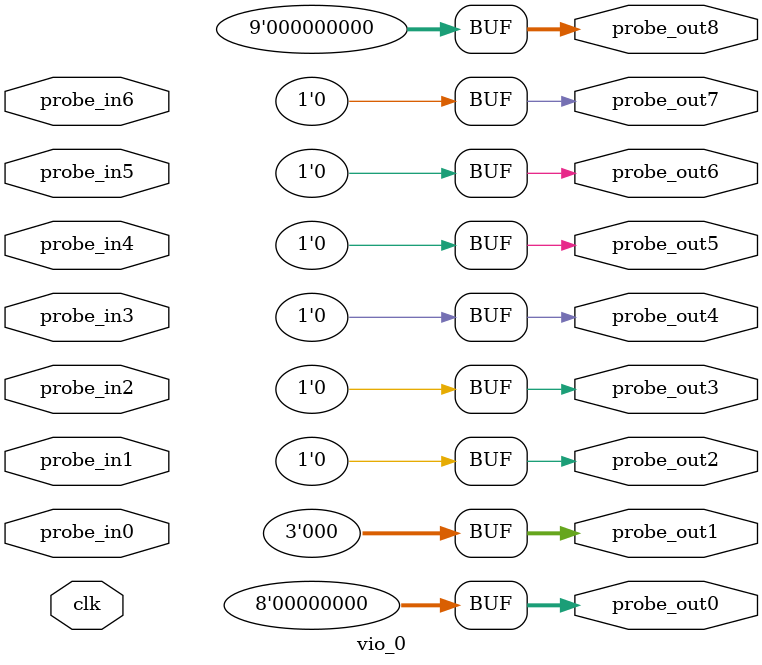
<source format=v>
`timescale 1ns / 1ps
module vio_0 (
clk,
probe_in0,probe_in1,probe_in2,probe_in3,probe_in4,probe_in5,probe_in6,
probe_out0,
probe_out1,
probe_out2,
probe_out3,
probe_out4,
probe_out5,
probe_out6,
probe_out7,
probe_out8
);

input clk;
input [7 : 0] probe_in0;
input [0 : 0] probe_in1;
input [0 : 0] probe_in2;
input [8 : 0] probe_in3;
input [8 : 0] probe_in4;
input [7 : 0] probe_in5;
input [7 : 0] probe_in6;

output reg [7 : 0] probe_out0 = 'h00 ;
output reg [2 : 0] probe_out1 = 'h0 ;
output reg [0 : 0] probe_out2 = 'h0 ;
output reg [0 : 0] probe_out3 = 'h0 ;
output reg [0 : 0] probe_out4 = 'h0 ;
output reg [0 : 0] probe_out5 = 'h0 ;
output reg [0 : 0] probe_out6 = 'h0 ;
output reg [0 : 0] probe_out7 = 'h0 ;
output reg [8 : 0] probe_out8 = 'h000 ;


endmodule

</source>
